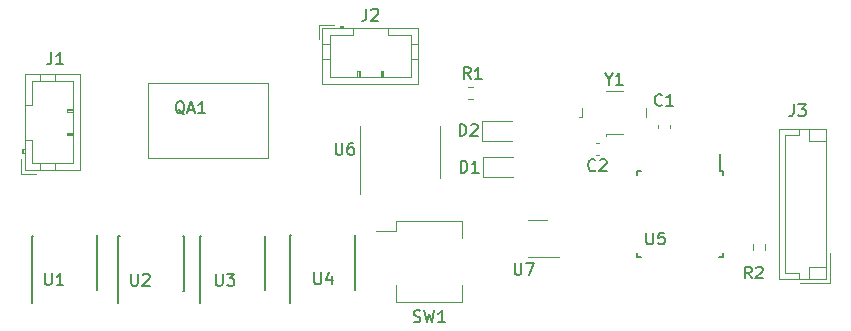
<source format=gbr>
%TF.GenerationSoftware,KiCad,Pcbnew,(6.0.7)*%
%TF.CreationDate,2023-02-23T17:40:15+01:00*%
%TF.ProjectId,freqcount,66726571-636f-4756-9e74-2e6b69636164,rev?*%
%TF.SameCoordinates,PX640f3c0PY67de938*%
%TF.FileFunction,Legend,Top*%
%TF.FilePolarity,Positive*%
%FSLAX46Y46*%
G04 Gerber Fmt 4.6, Leading zero omitted, Abs format (unit mm)*
G04 Created by KiCad (PCBNEW (6.0.7)) date 2023-02-23 17:40:15*
%MOMM*%
%LPD*%
G01*
G04 APERTURE LIST*
%ADD10C,0.150000*%
%ADD11C,0.120000*%
G04 APERTURE END LIST*
D10*
%TO.C,QA1*%
X16796190Y19142381D02*
X16700952Y19190000D01*
X16605714Y19285239D01*
X16462857Y19428096D01*
X16367619Y19475715D01*
X16272380Y19475715D01*
X16320000Y19237620D02*
X16224761Y19285239D01*
X16129523Y19380477D01*
X16081904Y19570953D01*
X16081904Y19904286D01*
X16129523Y20094762D01*
X16224761Y20190000D01*
X16320000Y20237620D01*
X16510476Y20237620D01*
X16605714Y20190000D01*
X16700952Y20094762D01*
X16748571Y19904286D01*
X16748571Y19570953D01*
X16700952Y19380477D01*
X16605714Y19285239D01*
X16510476Y19237620D01*
X16320000Y19237620D01*
X17129523Y19523334D02*
X17605714Y19523334D01*
X17034285Y19237620D02*
X17367619Y20237620D01*
X17700952Y19237620D01*
X18558095Y19237620D02*
X17986666Y19237620D01*
X18272380Y19237620D02*
X18272380Y20237620D01*
X18177142Y20094762D01*
X18081904Y19999524D01*
X17986666Y19951905D01*
%TO.C,SW1*%
X36196666Y1595239D02*
X36339523Y1547620D01*
X36577619Y1547620D01*
X36672857Y1595239D01*
X36720476Y1642858D01*
X36768095Y1738096D01*
X36768095Y1833334D01*
X36720476Y1928572D01*
X36672857Y1976191D01*
X36577619Y2023810D01*
X36387142Y2071429D01*
X36291904Y2119048D01*
X36244285Y2166667D01*
X36196666Y2261905D01*
X36196666Y2357143D01*
X36244285Y2452381D01*
X36291904Y2500000D01*
X36387142Y2547620D01*
X36625238Y2547620D01*
X36768095Y2500000D01*
X37101428Y2547620D02*
X37339523Y1547620D01*
X37530000Y2261905D01*
X37720476Y1547620D01*
X37958571Y2547620D01*
X38863333Y1547620D02*
X38291904Y1547620D01*
X38577619Y1547620D02*
X38577619Y2547620D01*
X38482380Y2404762D01*
X38387142Y2309524D01*
X38291904Y2261905D01*
%TO.C,J3*%
X68386666Y19997620D02*
X68386666Y19283334D01*
X68339047Y19140477D01*
X68243809Y19045239D01*
X68100952Y18997620D01*
X68005714Y18997620D01*
X68767619Y19997620D02*
X69386666Y19997620D01*
X69053333Y19616667D01*
X69196190Y19616667D01*
X69291428Y19569048D01*
X69339047Y19521429D01*
X69386666Y19426191D01*
X69386666Y19188096D01*
X69339047Y19092858D01*
X69291428Y19045239D01*
X69196190Y18997620D01*
X68910476Y18997620D01*
X68815238Y19045239D01*
X68767619Y19092858D01*
%TO.C,Y1*%
X52713809Y22143810D02*
X52713809Y21667620D01*
X52380476Y22667620D02*
X52713809Y22143810D01*
X53047142Y22667620D01*
X53904285Y21667620D02*
X53332857Y21667620D01*
X53618571Y21667620D02*
X53618571Y22667620D01*
X53523333Y22524762D01*
X53428095Y22429524D01*
X53332857Y22381905D01*
%TO.C,U7*%
X44758095Y6567620D02*
X44758095Y5758096D01*
X44805714Y5662858D01*
X44853333Y5615239D01*
X44948571Y5567620D01*
X45139047Y5567620D01*
X45234285Y5615239D01*
X45281904Y5662858D01*
X45329523Y5758096D01*
X45329523Y6567620D01*
X45710476Y6567620D02*
X46377142Y6567620D01*
X45948571Y5567620D01*
%TO.C,U6*%
X29598095Y16727620D02*
X29598095Y15918096D01*
X29645714Y15822858D01*
X29693333Y15775239D01*
X29788571Y15727620D01*
X29979047Y15727620D01*
X30074285Y15775239D01*
X30121904Y15822858D01*
X30169523Y15918096D01*
X30169523Y16727620D01*
X31074285Y16727620D02*
X30883809Y16727620D01*
X30788571Y16680000D01*
X30740952Y16632381D01*
X30645714Y16489524D01*
X30598095Y16299048D01*
X30598095Y15918096D01*
X30645714Y15822858D01*
X30693333Y15775239D01*
X30788571Y15727620D01*
X30979047Y15727620D01*
X31074285Y15775239D01*
X31121904Y15822858D01*
X31169523Y15918096D01*
X31169523Y16156191D01*
X31121904Y16251429D01*
X31074285Y16299048D01*
X30979047Y16346667D01*
X30788571Y16346667D01*
X30693333Y16299048D01*
X30645714Y16251429D01*
X30598095Y16156191D01*
%TO.C,U5*%
X55908095Y9137620D02*
X55908095Y8328096D01*
X55955714Y8232858D01*
X56003333Y8185239D01*
X56098571Y8137620D01*
X56289047Y8137620D01*
X56384285Y8185239D01*
X56431904Y8232858D01*
X56479523Y8328096D01*
X56479523Y9137620D01*
X57431904Y9137620D02*
X56955714Y9137620D01*
X56908095Y8661429D01*
X56955714Y8709048D01*
X57050952Y8756667D01*
X57289047Y8756667D01*
X57384285Y8709048D01*
X57431904Y8661429D01*
X57479523Y8566191D01*
X57479523Y8328096D01*
X57431904Y8232858D01*
X57384285Y8185239D01*
X57289047Y8137620D01*
X57050952Y8137620D01*
X56955714Y8185239D01*
X56908095Y8232858D01*
%TO.C,U4*%
X27798095Y5777620D02*
X27798095Y4968096D01*
X27845714Y4872858D01*
X27893333Y4825239D01*
X27988571Y4777620D01*
X28179047Y4777620D01*
X28274285Y4825239D01*
X28321904Y4872858D01*
X28369523Y4968096D01*
X28369523Y5777620D01*
X29274285Y5444286D02*
X29274285Y4777620D01*
X29036190Y5825239D02*
X28798095Y5110953D01*
X29417142Y5110953D01*
%TO.C,U3*%
X19458095Y5637620D02*
X19458095Y4828096D01*
X19505714Y4732858D01*
X19553333Y4685239D01*
X19648571Y4637620D01*
X19839047Y4637620D01*
X19934285Y4685239D01*
X19981904Y4732858D01*
X20029523Y4828096D01*
X20029523Y5637620D01*
X20410476Y5637620D02*
X21029523Y5637620D01*
X20696190Y5256667D01*
X20839047Y5256667D01*
X20934285Y5209048D01*
X20981904Y5161429D01*
X21029523Y5066191D01*
X21029523Y4828096D01*
X20981904Y4732858D01*
X20934285Y4685239D01*
X20839047Y4637620D01*
X20553333Y4637620D01*
X20458095Y4685239D01*
X20410476Y4732858D01*
%TO.C,U2*%
X12278095Y5637620D02*
X12278095Y4828096D01*
X12325714Y4732858D01*
X12373333Y4685239D01*
X12468571Y4637620D01*
X12659047Y4637620D01*
X12754285Y4685239D01*
X12801904Y4732858D01*
X12849523Y4828096D01*
X12849523Y5637620D01*
X13278095Y5542381D02*
X13325714Y5590000D01*
X13420952Y5637620D01*
X13659047Y5637620D01*
X13754285Y5590000D01*
X13801904Y5542381D01*
X13849523Y5447143D01*
X13849523Y5351905D01*
X13801904Y5209048D01*
X13230476Y4637620D01*
X13849523Y4637620D01*
%TO.C,U1*%
X4988095Y5697620D02*
X4988095Y4888096D01*
X5035714Y4792858D01*
X5083333Y4745239D01*
X5178571Y4697620D01*
X5369047Y4697620D01*
X5464285Y4745239D01*
X5511904Y4792858D01*
X5559523Y4888096D01*
X5559523Y5697620D01*
X6559523Y4697620D02*
X5988095Y4697620D01*
X6273809Y4697620D02*
X6273809Y5697620D01*
X6178571Y5554762D01*
X6083333Y5459524D01*
X5988095Y5411905D01*
%TO.C,R2*%
X64813333Y5257620D02*
X64480000Y5733810D01*
X64241904Y5257620D02*
X64241904Y6257620D01*
X64622857Y6257620D01*
X64718095Y6210000D01*
X64765714Y6162381D01*
X64813333Y6067143D01*
X64813333Y5924286D01*
X64765714Y5829048D01*
X64718095Y5781429D01*
X64622857Y5733810D01*
X64241904Y5733810D01*
X65194285Y6162381D02*
X65241904Y6210000D01*
X65337142Y6257620D01*
X65575238Y6257620D01*
X65670476Y6210000D01*
X65718095Y6162381D01*
X65765714Y6067143D01*
X65765714Y5971905D01*
X65718095Y5829048D01*
X65146666Y5257620D01*
X65765714Y5257620D01*
%TO.C,R1*%
X41023333Y22137620D02*
X40690000Y22613810D01*
X40451904Y22137620D02*
X40451904Y23137620D01*
X40832857Y23137620D01*
X40928095Y23090000D01*
X40975714Y23042381D01*
X41023333Y22947143D01*
X41023333Y22804286D01*
X40975714Y22709048D01*
X40928095Y22661429D01*
X40832857Y22613810D01*
X40451904Y22613810D01*
X41975714Y22137620D02*
X41404285Y22137620D01*
X41690000Y22137620D02*
X41690000Y23137620D01*
X41594761Y22994762D01*
X41499523Y22899524D01*
X41404285Y22851905D01*
%TO.C,J2*%
X32206666Y28077620D02*
X32206666Y27363334D01*
X32159047Y27220477D01*
X32063809Y27125239D01*
X31920952Y27077620D01*
X31825714Y27077620D01*
X32635238Y27982381D02*
X32682857Y28030000D01*
X32778095Y28077620D01*
X33016190Y28077620D01*
X33111428Y28030000D01*
X33159047Y27982381D01*
X33206666Y27887143D01*
X33206666Y27791905D01*
X33159047Y27649048D01*
X32587619Y27077620D01*
X33206666Y27077620D01*
%TO.C,J1*%
X5536666Y24387620D02*
X5536666Y23673334D01*
X5489047Y23530477D01*
X5393809Y23435239D01*
X5250952Y23387620D01*
X5155714Y23387620D01*
X6536666Y23387620D02*
X5965238Y23387620D01*
X6250952Y23387620D02*
X6250952Y24387620D01*
X6155714Y24244762D01*
X6060476Y24149524D01*
X5965238Y24101905D01*
%TO.C,D2*%
X40101904Y17317620D02*
X40101904Y18317620D01*
X40340000Y18317620D01*
X40482857Y18270000D01*
X40578095Y18174762D01*
X40625714Y18079524D01*
X40673333Y17889048D01*
X40673333Y17746191D01*
X40625714Y17555715D01*
X40578095Y17460477D01*
X40482857Y17365239D01*
X40340000Y17317620D01*
X40101904Y17317620D01*
X41054285Y18222381D02*
X41101904Y18270000D01*
X41197142Y18317620D01*
X41435238Y18317620D01*
X41530476Y18270000D01*
X41578095Y18222381D01*
X41625714Y18127143D01*
X41625714Y18031905D01*
X41578095Y17889048D01*
X41006666Y17317620D01*
X41625714Y17317620D01*
%TO.C,D1*%
X40191904Y14217620D02*
X40191904Y15217620D01*
X40430000Y15217620D01*
X40572857Y15170000D01*
X40668095Y15074762D01*
X40715714Y14979524D01*
X40763333Y14789048D01*
X40763333Y14646191D01*
X40715714Y14455715D01*
X40668095Y14360477D01*
X40572857Y14265239D01*
X40430000Y14217620D01*
X40191904Y14217620D01*
X41715714Y14217620D02*
X41144285Y14217620D01*
X41430000Y14217620D02*
X41430000Y15217620D01*
X41334761Y15074762D01*
X41239523Y14979524D01*
X41144285Y14931905D01*
%TO.C,C2*%
X51593333Y14432858D02*
X51545714Y14385239D01*
X51402857Y14337620D01*
X51307619Y14337620D01*
X51164761Y14385239D01*
X51069523Y14480477D01*
X51021904Y14575715D01*
X50974285Y14766191D01*
X50974285Y14909048D01*
X51021904Y15099524D01*
X51069523Y15194762D01*
X51164761Y15290000D01*
X51307619Y15337620D01*
X51402857Y15337620D01*
X51545714Y15290000D01*
X51593333Y15242381D01*
X51974285Y15242381D02*
X52021904Y15290000D01*
X52117142Y15337620D01*
X52355238Y15337620D01*
X52450476Y15290000D01*
X52498095Y15242381D01*
X52545714Y15147143D01*
X52545714Y15051905D01*
X52498095Y14909048D01*
X51926666Y14337620D01*
X52545714Y14337620D01*
%TO.C,C1*%
X57233333Y19962858D02*
X57185714Y19915239D01*
X57042857Y19867620D01*
X56947619Y19867620D01*
X56804761Y19915239D01*
X56709523Y20010477D01*
X56661904Y20105715D01*
X56614285Y20296191D01*
X56614285Y20439048D01*
X56661904Y20629524D01*
X56709523Y20724762D01*
X56804761Y20820000D01*
X56947619Y20867620D01*
X57042857Y20867620D01*
X57185714Y20820000D01*
X57233333Y20772381D01*
X58185714Y19867620D02*
X57614285Y19867620D01*
X57900000Y19867620D02*
X57900000Y20867620D01*
X57804761Y20724762D01*
X57709523Y20629524D01*
X57614285Y20581905D01*
D11*
%TO.C,QA1*%
X13756000Y21796000D02*
X23916000Y21796000D01*
X23916000Y21796000D02*
X23916000Y15446000D01*
X23916000Y15446000D02*
X13756000Y15446000D01*
X13756000Y15446000D02*
X13756000Y21796000D01*
%TO.C,SW1*%
X33054000Y9285000D02*
X34740000Y9285000D01*
X34740000Y4734000D02*
X34740000Y3299000D01*
X40260000Y4734000D02*
X40260000Y3299000D01*
X34740000Y3299000D02*
X40260000Y3299000D01*
X34740000Y10101000D02*
X40260000Y10101000D01*
X34740000Y10101000D02*
X34740000Y9285000D01*
X40260000Y10101000D02*
X40260000Y8666000D01*
%TO.C,J3*%
X67130000Y5210000D02*
X71150000Y5210000D01*
X67130000Y17930000D02*
X67130000Y5210000D01*
X69650000Y17930000D02*
X69650000Y16930000D01*
X67630000Y17430000D02*
X68840000Y17430000D01*
X69650000Y5210000D02*
X69650000Y6210000D01*
X68840000Y5710000D02*
X67630000Y5710000D01*
X69650000Y16930000D02*
X71150000Y16930000D01*
X68840000Y17430000D02*
X68840000Y17930000D01*
X67630000Y5710000D02*
X67630000Y17430000D01*
X69650000Y6210000D02*
X71150000Y6210000D01*
X71150000Y17930000D02*
X67130000Y17930000D01*
X68840000Y5210000D02*
X68840000Y5710000D01*
X68950000Y4910000D02*
X71450000Y4910000D01*
X71150000Y5210000D02*
X71150000Y17930000D01*
X71450000Y4910000D02*
X71450000Y7410000D01*
%TO.C,Y1*%
X55890000Y19720000D02*
X55890000Y18920000D01*
X50190000Y18920000D02*
X50490000Y18920000D01*
X50490000Y18920000D02*
X50490000Y19720000D01*
X52490000Y17520000D02*
X52490000Y17280000D01*
X52490000Y21120000D02*
X53890000Y21120000D01*
X53890000Y17520000D02*
X52490000Y17520000D01*
%TO.C,U7*%
X46690000Y10230000D02*
X47490000Y10230000D01*
X46690000Y7110000D02*
X48490000Y7110000D01*
X46690000Y7110000D02*
X45890000Y7110000D01*
X46690000Y10230000D02*
X45890000Y10230000D01*
%TO.C,U6*%
X31665000Y15990000D02*
X31665000Y18190000D01*
X31665000Y15990000D02*
X31665000Y12390000D01*
X38435000Y15990000D02*
X38435000Y18190000D01*
X38435000Y15990000D02*
X38435000Y13790000D01*
D10*
%TO.C,U5*%
X55145000Y14345000D02*
X55145000Y14020000D01*
X62395000Y14345000D02*
X62170000Y14345000D01*
X62395000Y14345000D02*
X62395000Y14020000D01*
X62395000Y7095000D02*
X62395000Y7420000D01*
X62395000Y7095000D02*
X62070000Y7095000D01*
X55145000Y7095000D02*
X55470000Y7095000D01*
X55145000Y7095000D02*
X55145000Y7420000D01*
X55145000Y14345000D02*
X55470000Y14345000D01*
X62170000Y14345000D02*
X62170000Y15770000D01*
%TO.C,U4*%
X31275000Y4275000D02*
X31275000Y8925000D01*
X31275000Y8925000D02*
X31250000Y8925000D01*
X31275000Y4275000D02*
X31250000Y4275000D01*
X25750000Y8900000D02*
X25850000Y8900000D01*
X25750000Y3200000D02*
X25750000Y8900000D01*
%TO.C,U3*%
X23615000Y4235000D02*
X23615000Y8885000D01*
X23615000Y8885000D02*
X23590000Y8885000D01*
X23615000Y4235000D02*
X23590000Y4235000D01*
X18090000Y8860000D02*
X18190000Y8860000D01*
X18090000Y3160000D02*
X18090000Y8860000D01*
%TO.C,U2*%
X16735000Y4225000D02*
X16735000Y8875000D01*
X16735000Y8875000D02*
X16710000Y8875000D01*
X16735000Y4225000D02*
X16710000Y4225000D01*
X11210000Y8850000D02*
X11310000Y8850000D01*
X11210000Y3150000D02*
X11210000Y8850000D01*
%TO.C,U1*%
X9385000Y4245000D02*
X9385000Y8895000D01*
X9385000Y8895000D02*
X9360000Y8895000D01*
X9385000Y4245000D02*
X9360000Y4245000D01*
X3860000Y8870000D02*
X3960000Y8870000D01*
X3860000Y3170000D02*
X3860000Y8870000D01*
D11*
%TO.C,R2*%
X64937500Y8152258D02*
X64937500Y7677742D01*
X65982500Y8152258D02*
X65982500Y7677742D01*
%TO.C,R1*%
X41242258Y21452500D02*
X40767742Y21452500D01*
X41242258Y20407500D02*
X40767742Y20407500D01*
%TO.C,J2*%
X33640000Y22830000D02*
X33640000Y22330000D01*
X31440000Y22330000D02*
X31440000Y22830000D01*
X35990000Y22330000D02*
X35990000Y25830000D01*
X29430000Y26740000D02*
X28180000Y26740000D01*
X28480000Y25130000D02*
X29090000Y25130000D01*
X31040000Y25830000D02*
X29090000Y25830000D01*
X28180000Y26740000D02*
X28180000Y25490000D01*
X31440000Y22830000D02*
X31640000Y22830000D01*
X30240000Y26440000D02*
X30240000Y26640000D01*
X36600000Y26440000D02*
X28480000Y26440000D01*
X35990000Y25830000D02*
X34040000Y25830000D01*
X34040000Y25830000D02*
X34040000Y26440000D01*
X29090000Y25830000D02*
X29090000Y22330000D01*
X29940000Y26640000D02*
X29940000Y26440000D01*
X28480000Y23830000D02*
X29090000Y23830000D01*
X30240000Y26640000D02*
X29940000Y26640000D01*
X30240000Y26540000D02*
X29940000Y26540000D01*
X33540000Y22330000D02*
X33540000Y22830000D01*
X36600000Y23830000D02*
X35990000Y23830000D01*
X31640000Y22830000D02*
X31640000Y22330000D01*
X28480000Y21720000D02*
X36600000Y21720000D01*
X36600000Y21720000D02*
X36600000Y26440000D01*
X36600000Y25130000D02*
X35990000Y25130000D01*
X29090000Y22330000D02*
X35990000Y22330000D01*
X28480000Y26440000D02*
X28480000Y21720000D01*
X33440000Y22830000D02*
X33640000Y22830000D01*
X31540000Y22330000D02*
X31540000Y22830000D01*
X33440000Y22330000D02*
X33440000Y22830000D01*
X31040000Y26440000D02*
X31040000Y25830000D01*
%TO.C,J1*%
X3260000Y16980000D02*
X3870000Y16980000D01*
X7370000Y19380000D02*
X6870000Y19380000D01*
X7370000Y17480000D02*
X6870000Y17480000D01*
X6870000Y19380000D02*
X6870000Y19580000D01*
X3260000Y14420000D02*
X7980000Y14420000D01*
X7370000Y15030000D02*
X7370000Y21930000D01*
X4570000Y22540000D02*
X4570000Y21930000D01*
X7980000Y22540000D02*
X3260000Y22540000D01*
X7980000Y14420000D02*
X7980000Y22540000D01*
X6870000Y17580000D02*
X7370000Y17580000D01*
X5870000Y22540000D02*
X5870000Y21930000D01*
X7370000Y19480000D02*
X6870000Y19480000D01*
X3160000Y16180000D02*
X3160000Y15880000D01*
X3060000Y16180000D02*
X3060000Y15880000D01*
X5870000Y14420000D02*
X5870000Y15030000D01*
X3060000Y15880000D02*
X3260000Y15880000D01*
X3870000Y15030000D02*
X7370000Y15030000D01*
X3870000Y19980000D02*
X3260000Y19980000D01*
X3870000Y21930000D02*
X3870000Y19980000D01*
X3260000Y22540000D02*
X3260000Y14420000D01*
X3260000Y16180000D02*
X3060000Y16180000D01*
X6870000Y17380000D02*
X6870000Y17580000D01*
X2960000Y14120000D02*
X4210000Y14120000D01*
X3870000Y16980000D02*
X3870000Y15030000D01*
X4570000Y14420000D02*
X4570000Y15030000D01*
X2960000Y15370000D02*
X2960000Y14120000D01*
X7370000Y21930000D02*
X3870000Y21930000D01*
X7370000Y17380000D02*
X6870000Y17380000D01*
X6870000Y19580000D02*
X7370000Y19580000D01*
%TO.C,D2*%
X41990000Y18610000D02*
X41990000Y16910000D01*
X41990000Y16910000D02*
X44540000Y16910000D01*
X41990000Y18610000D02*
X44540000Y18610000D01*
%TO.C,D1*%
X42040000Y15540000D02*
X42040000Y13840000D01*
X42040000Y13840000D02*
X44590000Y13840000D01*
X42040000Y15540000D02*
X44590000Y15540000D01*
%TO.C,C2*%
X51900580Y16730000D02*
X51619420Y16730000D01*
X51900580Y15710000D02*
X51619420Y15710000D01*
%TO.C,C1*%
X57930000Y17954420D02*
X57930000Y18235580D01*
X56910000Y17954420D02*
X56910000Y18235580D01*
%TD*%
M02*

</source>
